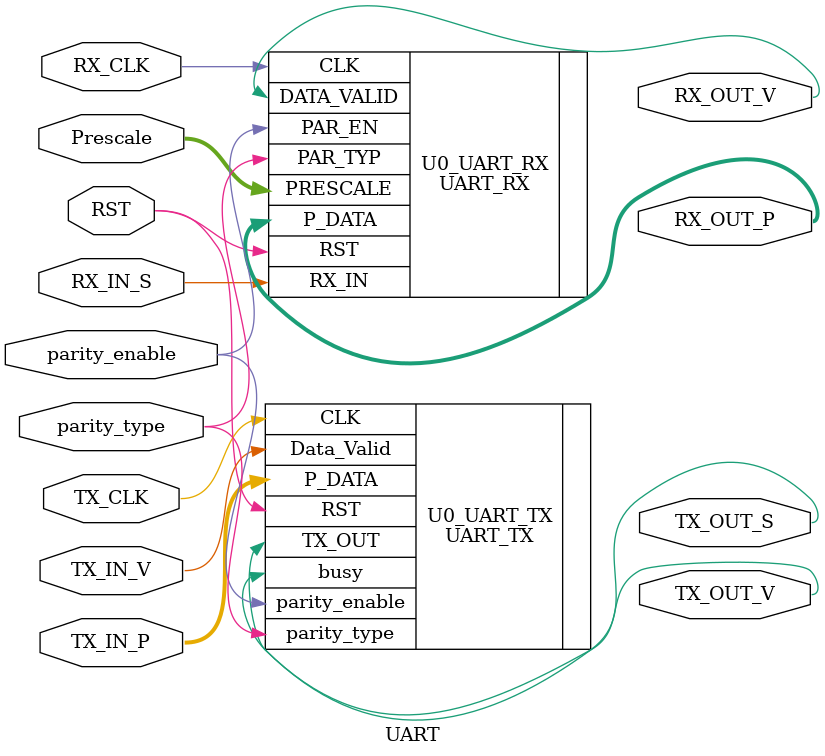
<source format=v>

module UART # ( parameter DATA_WIDTH = 8 , PRESCALE_WIDTH = 5 )

(
 input   wire                          RST,
 input   wire                          TX_CLK,
 input   wire                          RX_CLK,
 input   wire                          RX_IN_S,
 output  wire   [DATA_WIDTH-1:0]       RX_OUT_P, 
 output  wire                          RX_OUT_V,
 input   wire   [DATA_WIDTH-1:0]       TX_IN_P, 
 input   wire                          TX_IN_V, 
 output  wire                          TX_OUT_S,
 output  wire                          TX_OUT_V,  
 input   wire   [PRESCALE_WIDTH-1:0]   Prescale,
 input   wire                          parity_enable,
 input   wire                          parity_type
);



UART_TX  U0_UART_TX (
.CLK(TX_CLK),
.RST(RST),
.P_DATA(TX_IN_P),
.Data_Valid(TX_IN_V),
.parity_enable(parity_enable),
.parity_type(parity_type), 
.TX_OUT(TX_OUT_S),
.busy(TX_OUT_V)
);

 
 
UART_RX U0_UART_RX (
.CLK(RX_CLK),
.RST(RST),
.RX_IN(RX_IN_S),
.PRESCALE(Prescale),
.PAR_EN(parity_enable),
.PAR_TYP(parity_type),
.P_DATA(RX_OUT_P), 
.DATA_VALID(RX_OUT_V)
);
 



endmodule
 
</source>
